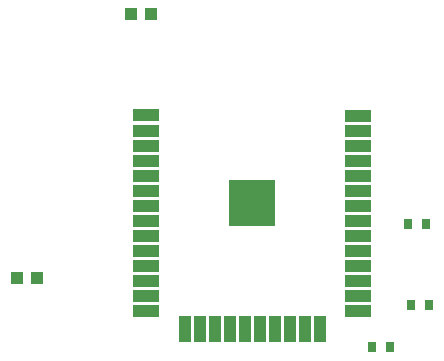
<source format=gtp>
G04 ---------------------------- Layer name :TOP PASTER LAYER*
G04 EasyEDA v5.8.20, Mon, 11 Feb 2019 17:59:45 GMT*
G04 65bf9d44a92e4a059924f4159289745f*
G04 Gerber Generator version 0.2*
G04 Scale: 100 percent, Rotated: No, Reflected: No *
G04 Dimensions in inches *
G04 leading zeros omitted , absolute positions ,2 integer and 4 decimal *
%FSLAX24Y24*%
%MOIN*%
G90*
G70D02*

%ADD13R,0.086614X0.039370*%
%ADD14R,0.039370X0.086614*%
%ADD15R,0.157480X0.157480*%
%ADD16R,0.043300X0.039400*%
%ADD17R,0.030000X0.035000*%

%LPD*%
G54D13*
G01X18442Y9421D03*
G01X18440Y8919D03*
G01X18439Y8419D03*
G01X18439Y7919D03*
G01X18439Y7419D03*
G01X18439Y6919D03*
G01X18439Y6419D03*
G01X18439Y5921D03*
G01X18439Y5421D03*
G01X18439Y4921D03*
G01X18439Y4421D03*
G01X18439Y3919D03*
G01X18439Y3419D03*
G01X18439Y2919D03*
G01X11360Y9422D03*
G01X11360Y8919D03*
G01X11359Y8421D03*
G01X11359Y7921D03*
G01X11359Y7421D03*
G01X11359Y6921D03*
G01X11359Y6421D03*
G01X11357Y5921D03*
G01X11357Y5421D03*
G01X11357Y4921D03*
G01X11357Y4421D03*
G01X11359Y3921D03*
G01X11359Y3421D03*
G01X11359Y2921D03*
G54D14*
G01X12668Y2290D03*
G01X13168Y2290D03*
G01X13668Y2290D03*
G01X14168Y2288D03*
G01X14668Y2288D03*
G01X15168Y2288D03*
G01X15668Y2288D03*
G01X16168Y2290D03*
G01X16668Y2290D03*
G01X17168Y2290D03*
G54D15*
G01X14899Y6495D03*
G54D16*
G01X7070Y4000D03*
G01X7730Y4000D03*
G01X11530Y12800D03*
G01X10870Y12800D03*
G54D17*
G01X20100Y5800D03*
G01X20700Y5800D03*
G01X20200Y3100D03*
G01X20800Y3100D03*
G01X18900Y1700D03*
G01X19500Y1700D03*
M00*
M02*

</source>
